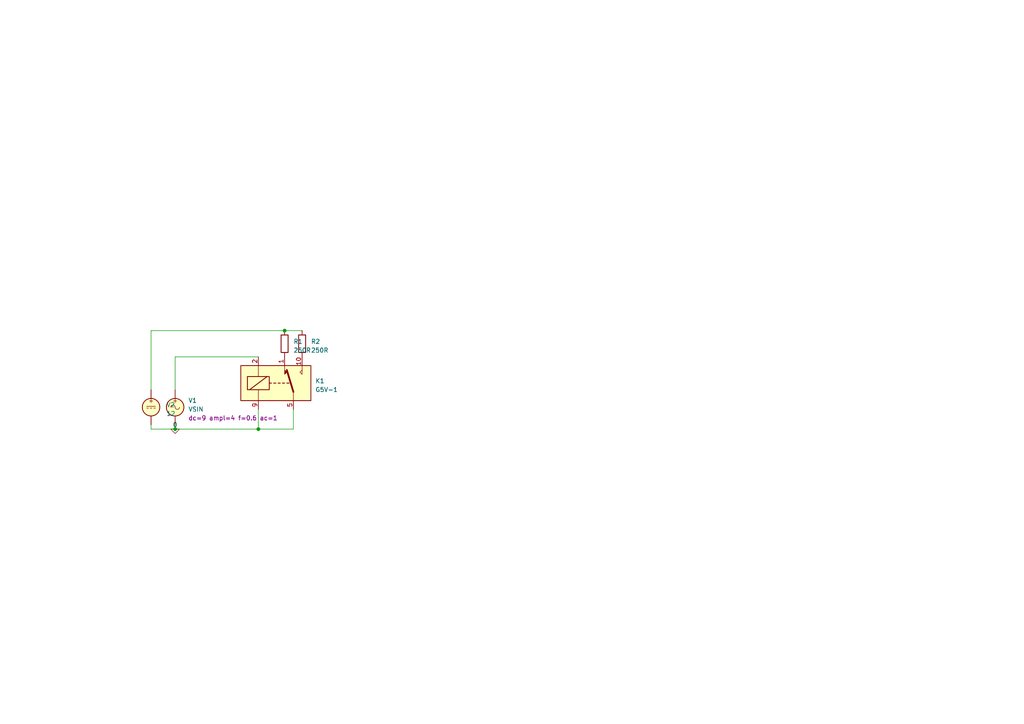
<source format=kicad_sch>
(kicad_sch (version 20230121) (generator eeschema)
  (paper "A4")
  (lib_symbols
    (symbol "Device:R" (pin_numbers hide) (pin_names (offset 0))
      (property "Reference" "R" (at 2.032 0 90))
      (property "Value" "R" (at 0 0 90))
      (symbol "R_0_1"
        (rectangle (start -1.016 -2.54) (end 1.016 2.54) (stroke (width 0.254)))
      )
      (symbol "R_1_1"
        (pin passive line (at 0 3.81 270) (length 1.27) (name "~") (number "1"))
        (pin passive line (at 0 -3.81 90) (length 1.27) (name "~") (number "2"))
      )
    )
    (symbol "Relay:G5V-1"
      (property "Reference" "K" (at 11.43 3.81 0))
      (property "Value" "G5V-1" (at 11.43 1.27 0))
      (symbol "G5V-1_0_0"
        (polyline (pts (xy 7.62 5.08) (xy 7.62 2.54) (xy 6.985 3.175) (xy 7.62 3.81)))
      )
      (symbol "G5V-1_0_1"
        (rectangle (start -10.16 5.08) (end 10.16 -5.08) (stroke (width 0.254)) (fill (type background)))
        (rectangle (start -8.255 1.905) (end -1.905 -1.905) (stroke (width 0.254)))
        (polyline (pts (xy -7.62 -1.905) (xy -2.54 1.905)) (stroke (width 0.254)))
        (polyline (pts (xy -5.08 -5.08) (xy -5.08 -1.905)))
        (polyline (pts (xy -5.08 5.08) (xy -5.08 1.905)))
        (polyline (pts (xy -1.905 0) (xy -1.27 0)) (stroke (width 0.254)))
        (polyline (pts (xy -0.635 0) (xy 0 0)) (stroke (width 0.254)))
        (polyline (pts (xy 0.635 0) (xy 1.27 0)) (stroke (width 0.254)))
        (polyline (pts (xy 1.905 0) (xy 2.54 0)) (stroke (width 0.254)))
        (polyline (pts (xy 3.175 0) (xy 3.81 0)) (stroke (width 0.254)))
        (polyline (pts (xy 5.08 -2.54) (xy 3.175 3.81)) (stroke (width 0.508)))
        (polyline (pts (xy 5.08 -2.54) (xy 5.08 -5.08)))
        (polyline (pts (xy 2.54 5.08) (xy 2.54 2.54) (xy 3.175 3.175) (xy 2.54 3.81)) (fill (type outline)))
      )
      (symbol "G5V-1_1_1"
        (pin passive line (at 2.54 7.62 270) (length 2.54) (name "~") (number "1"))
        (pin passive line (at 7.62 7.62 270) (length 2.54) (name "~") (number "10"))
        (pin passive line (at -5.08 7.62 270) (length 2.54) (name "~") (number "2"))
        (pin passive line (at 5.08 -7.62 90) (length 2.54) (name "~") (number "5"))
        (pin passive line (at 5.08 -7.62 90) (length 2.54) hide (name "~") (number "6"))
        (pin passive line (at -5.08 -7.62 90) (length 2.54) (name "~") (number "9"))
      )
    )
    (symbol "Simulation_SPICE:0" (power) (pin_names (offset 0))
      (property "Value" "0" (at 0 -1.778 0))
      (symbol "0_0_1"
        (polyline (pts (xy -1.27 0) (xy 0 -1.27) (xy 1.27 0) (xy -1.27 0)))
      )
      (symbol "0_1_1"
        (pin power_in line (at 0 0 0) (length 0) hide (name "0") (number "1"))
      )
    )
    (symbol "Simulation_SPICE:VDC" (pin_numbers hide) (pin_names (offset 0.0254))
      (property "Reference" "V" (at 2.54 2.54 0))
      (property "Value" "1" (at 2.54 0 0))
      (symbol "VDC_0_0"
        (polyline (pts (xy -1.27 0.254) (xy 1.27 0.254)))
        (polyline (pts (xy -0.762 -0.254) (xy -1.27 -0.254)))
        (polyline (pts (xy 0.254 -0.254) (xy -0.254 -0.254)))
        (polyline (pts (xy 1.27 -0.254) (xy 0.762 -0.254)))
        (text "+" (at 0 1.905 0) (effects (font (size 1.27 1.27))))
      )
      (symbol "VDC_0_1"
        (circle (center 0 0) (radius 2.54) (stroke (width 0.254)) (fill (type background)))
      )
      (symbol "VDC_1_1"
        (pin passive line (at 0 5.08 270) (length 2.54) (name "~") (number "1"))
        (pin passive line (at 0 -5.08 90) (length 2.54) (name "~") (number "2"))
      )
    )
    (symbol "Simulation_SPICE:VSIN" (pin_numbers hide) (pin_names (offset 0.0254))
      (property "Reference" "V" (at 2.54 2.54 0))
      (property "Value" "VSIN" (at 2.54 0 0))
      (property "Sim.Params" "dc=0 ampl=1 f=1k ac=1" (at 2.54 -2.54 0))
      (symbol "VSIN_0_0"
        (arc (start 0 0) (mid -0.635 0.6323) (end -1.27 0))
        (arc (start 0 0) (mid 0.635 -0.6323) (end 1.27 0))
        (text "+" (at 0 1.905 0) (effects (font (size 1.27 1.27))))
      )
      (symbol "VSIN_0_1"
        (circle (center 0 0) (radius 2.54) (stroke (width 0.254)) (fill (type background)))
      )
      (symbol "VSIN_1_1"
        (pin passive line (at 0 5.08 270) (length 2.54) (name "~") (number "1"))
        (pin passive line (at 0 -5.08 90) (length 2.54) (name "~") (number "2"))
      )
    )
  )
  (junction (at 50.8 124.46))
  (junction (at 74.93 124.46))
  (junction (at 82.55 95.885))
  (wire (pts (xy 50.8 123.19) (xy 50.8 124.46)))
  (wire (pts (xy 50.8 103.505) (xy 74.93 103.505)))
  (wire (pts (xy 82.55 95.885) (xy 87.63 95.885)))
  (wire (pts (xy 50.8 124.46) (xy 74.93 124.46)))
  (wire (pts (xy 74.93 124.46) (xy 85.09 124.46)))
  (wire (pts (xy 43.815 95.885) (xy 43.815 113.03)))
  (wire (pts (xy 74.93 118.745) (xy 74.93 124.46)))
  (wire (pts (xy 50.8 113.03) (xy 50.8 103.505)))
  (wire (pts (xy 85.09 118.745) (xy 85.09 124.46)))
  (wire (pts (xy 82.55 95.885) (xy 43.815 95.885)))
  (wire (pts (xy 43.815 124.46) (xy 43.815 123.19)))
  (wire (pts (xy 50.8 124.46) (xy 43.815 124.46)))
  (symbol (lib_id "Simulation_SPICE:0") (at 50.8 124.46 0) (unit 1)
    (property "Reference" "#GND01" (effects hide))
    (property "Value" "0" (at 50.8 123.19 0))
  )
  (symbol (lib_id "Device:R") (at 82.55 99.695 0) (unit 1)
    (property "Reference" "R1" (at 85.09 99.06 0) (effects (justify left)))
    (property "Value" "250R" (at 85.09 101.6 0) (effects (justify left)))
  )
  (symbol (lib_id "Simulation_SPICE:VSIN") (at 50.8 118.11 0) (unit 1)
    (property "Reference" "V1" (at 54.61 116.1692 0) (effects (justify left)))
    (property "Value" "VSIN" (at 54.61 118.7092 0) (effects (justify left)))
    (property "Sim.Pins" "1=+ 2=-" (effects hide))
    (property "Sim.Params" "dc=9 ampl=4 f=0.6 ac=1" (at 54.61 121.2492 0) (effects (justify left)))
    (property "Sim.Type" "SIN" (effects hide))
    (property "Sim.Device" "V" (effects hide))
  )
  (symbol (lib_id "Relay:G5V-1") (at 80.01 111.125 0) (unit 1)
    (property "Reference" "K1" (at 91.44 110.49 0) (effects (justify left)))
    (property "Value" "G5V-1" (at 91.44 113.03 0) (effects (justify left)))
    (property "Footprint" "Relay_THT:Relay_SPDT_Omron_G5V-1" (effects hide))
    (property "Datasheet" "http://omronfs.omron.com/en_US/ecb/products/pdf/en-g5v_1.pdf" (effects hide))
    (property "Sim.Library" "E:\\Bastelprojekte\\waveca\\board\\simlibs\\subcircuits.lib" (effects hide))
    (property "Sim.Name" "G5V1" (effects hide))
    (property "Sim.Device" "SUBCKT" (effects hide))
    (property "Sim.Pins" "1=NC1 2=PIN2 5=PIN5 6=PIN6 9=PIN9 10=NO1" (effects hide))
  )
  (symbol (lib_id "Simulation_SPICE:VDC") (at 43.815 118.11 0) (unit 1)
    (property "Reference" "V2" (at 48.26 117.4392 0) (effects (justify left)))
    (property "Value" "12" (at 48.26 119.9792 0) (effects (justify left)))
    (property "Sim.Pins" "1=+ 2=-" (effects hide))
    (property "Sim.Type" "DC" (effects hide))
    (property "Sim.Device" "V" (effects hide))
  )
  (symbol (lib_id "Device:R") (at 87.63 99.695 0) (unit 1)
    (property "Reference" "R2" (at 90.17 99.06 0) (effects (justify left)))
    (property "Value" "250R" (at 90.17 101.6 0) (effects (justify left)))
  )
)
</source>
